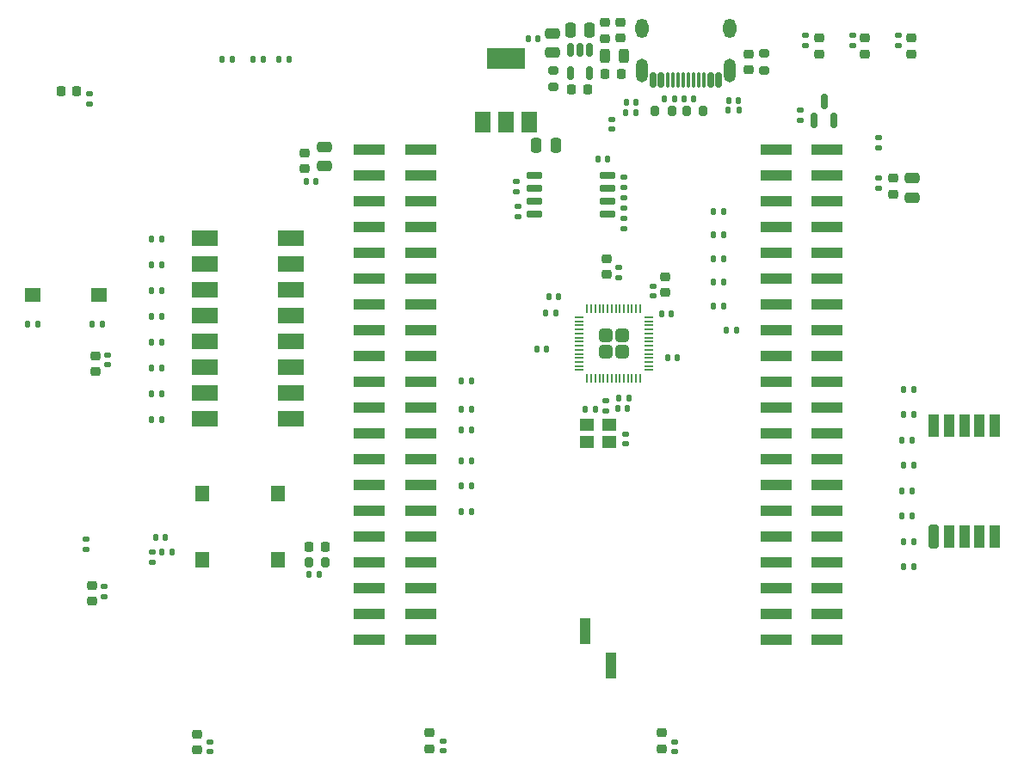
<source format=gbr>
%TF.GenerationSoftware,KiCad,Pcbnew,8.0.8-8.0.8-0~ubuntu22.04.1*%
%TF.CreationDate,2025-02-25T18:23:06-05:00*%
%TF.ProjectId,tinytapeout-demo,74696e79-7461-4706-956f-75742d64656d,2.1.2*%
%TF.SameCoordinates,PX38be5e0PY7d687e0*%
%TF.FileFunction,Paste,Top*%
%TF.FilePolarity,Positive*%
%FSLAX46Y46*%
G04 Gerber Fmt 4.6, Leading zero omitted, Abs format (unit mm)*
G04 Created by KiCad (PCBNEW 8.0.8-8.0.8-0~ubuntu22.04.1) date 2025-02-25 18:23:06*
%MOMM*%
%LPD*%
G01*
G04 APERTURE LIST*
G04 Aperture macros list*
%AMRoundRect*
0 Rectangle with rounded corners*
0 $1 Rounding radius*
0 $2 $3 $4 $5 $6 $7 $8 $9 X,Y pos of 4 corners*
0 Add a 4 corners polygon primitive as box body*
4,1,4,$2,$3,$4,$5,$6,$7,$8,$9,$2,$3,0*
0 Add four circle primitives for the rounded corners*
1,1,$1+$1,$2,$3*
1,1,$1+$1,$4,$5*
1,1,$1+$1,$6,$7*
1,1,$1+$1,$8,$9*
0 Add four rect primitives between the rounded corners*
20,1,$1+$1,$2,$3,$4,$5,0*
20,1,$1+$1,$4,$5,$6,$7,0*
20,1,$1+$1,$6,$7,$8,$9,0*
20,1,$1+$1,$8,$9,$2,$3,0*%
G04 Aperture macros list end*
%ADD10RoundRect,0.135000X0.135000X0.185000X-0.135000X0.185000X-0.135000X-0.185000X0.135000X-0.185000X0*%
%ADD11RoundRect,0.135000X0.185000X-0.135000X0.185000X0.135000X-0.185000X0.135000X-0.185000X-0.135000X0*%
%ADD12RoundRect,0.225000X-0.250000X0.225000X-0.250000X-0.225000X0.250000X-0.225000X0.250000X0.225000X0*%
%ADD13RoundRect,0.140000X-0.170000X0.140000X-0.170000X-0.140000X0.170000X-0.140000X0.170000X0.140000X0*%
%ADD14RoundRect,0.140000X-0.140000X-0.170000X0.140000X-0.170000X0.140000X0.170000X-0.140000X0.170000X0*%
%ADD15RoundRect,0.250000X0.475000X-0.250000X0.475000X0.250000X-0.475000X0.250000X-0.475000X-0.250000X0*%
%ADD16RoundRect,0.135000X-0.185000X0.135000X-0.185000X-0.135000X0.185000X-0.135000X0.185000X0.135000X0*%
%ADD17RoundRect,0.225000X-0.225000X-0.250000X0.225000X-0.250000X0.225000X0.250000X-0.225000X0.250000X0*%
%ADD18RoundRect,0.250000X-0.250000X-0.475000X0.250000X-0.475000X0.250000X0.475000X-0.250000X0.475000X0*%
%ADD19RoundRect,0.135000X-0.135000X-0.185000X0.135000X-0.185000X0.135000X0.185000X-0.135000X0.185000X0*%
%ADD20RoundRect,0.250000X0.250000X0.475000X-0.250000X0.475000X-0.250000X-0.475000X0.250000X-0.475000X0*%
%ADD21RoundRect,0.200000X-0.200000X-0.275000X0.200000X-0.275000X0.200000X0.275000X-0.200000X0.275000X0*%
%ADD22RoundRect,0.140000X0.140000X0.170000X-0.140000X0.170000X-0.140000X-0.170000X0.140000X-0.170000X0*%
%ADD23R,1.400000X1.200000*%
%ADD24RoundRect,0.140000X0.170000X-0.140000X0.170000X0.140000X-0.170000X0.140000X-0.170000X-0.140000X0*%
%ADD25R,1.400000X1.500000*%
%ADD26RoundRect,0.150000X0.150000X0.575000X-0.150000X0.575000X-0.150000X-0.575000X0.150000X-0.575000X0*%
%ADD27RoundRect,0.075000X0.075000X0.650000X-0.075000X0.650000X-0.075000X-0.650000X0.075000X-0.650000X0*%
%ADD28O,1.220000X2.320000*%
%ADD29O,1.300000X1.900000*%
%ADD30R,1.000000X2.510000*%
%ADD31RoundRect,0.250000X-0.475000X0.250000X-0.475000X-0.250000X0.475000X-0.250000X0.475000X0.250000X0*%
%ADD32RoundRect,0.200000X-0.275000X0.200000X-0.275000X-0.200000X0.275000X-0.200000X0.275000X0.200000X0*%
%ADD33RoundRect,0.200000X0.200000X0.275000X-0.200000X0.275000X-0.200000X-0.275000X0.200000X-0.275000X0*%
%ADD34RoundRect,0.200000X0.300000X-0.950000X0.300000X0.950000X-0.300000X0.950000X-0.300000X-0.950000X0*%
%ADD35R,1.000000X2.300000*%
%ADD36RoundRect,0.150000X-0.650000X-0.150000X0.650000X-0.150000X0.650000X0.150000X-0.650000X0.150000X0*%
%ADD37RoundRect,0.225000X0.250000X-0.225000X0.250000X0.225000X-0.250000X0.225000X-0.250000X-0.225000X0*%
%ADD38RoundRect,0.249999X-0.395001X-0.395001X0.395001X-0.395001X0.395001X0.395001X-0.395001X0.395001X0*%
%ADD39RoundRect,0.050000X-0.387500X-0.050000X0.387500X-0.050000X0.387500X0.050000X-0.387500X0.050000X0*%
%ADD40RoundRect,0.050000X-0.050000X-0.387500X0.050000X-0.387500X0.050000X0.387500X-0.050000X0.387500X0*%
%ADD41RoundRect,0.150000X0.150000X-0.587500X0.150000X0.587500X-0.150000X0.587500X-0.150000X-0.587500X0*%
%ADD42RoundRect,0.243750X0.243750X0.456250X-0.243750X0.456250X-0.243750X-0.456250X0.243750X-0.456250X0*%
%ADD43R,1.500000X1.400000*%
%ADD44RoundRect,0.200000X0.275000X-0.200000X0.275000X0.200000X-0.275000X0.200000X-0.275000X-0.200000X0*%
%ADD45RoundRect,0.150000X-0.150000X0.512500X-0.150000X-0.512500X0.150000X-0.512500X0.150000X0.512500X0*%
%ADD46R,1.500000X2.000000*%
%ADD47R,3.800000X2.000000*%
%ADD48RoundRect,0.225000X0.225000X0.250000X-0.225000X0.250000X-0.225000X-0.250000X0.225000X-0.250000X0*%
%ADD49R,3.150000X1.000000*%
%ADD50RoundRect,0.218750X0.256250X-0.218750X0.256250X0.218750X-0.256250X0.218750X-0.256250X-0.218750X0*%
%ADD51R,2.600000X1.550000*%
G04 APERTURE END LIST*
D10*
%TO.C,R53*%
X129310000Y-78130000D03*
X128290000Y-78130000D03*
%TD*%
D11*
%TO.C,R15*%
X146500000Y-57110000D03*
X146500000Y-56090000D03*
%TD*%
D12*
%TO.C,C32*%
X117800000Y-78125000D03*
X117800000Y-79675000D03*
%TD*%
D13*
%TO.C,C23*%
X144600000Y-66220000D03*
X144600000Y-67180000D03*
%TD*%
D14*
%TO.C,C36*%
X118920000Y-92850000D03*
X119880000Y-92850000D03*
%TD*%
D10*
%TO.C,R55*%
X129310000Y-73450000D03*
X128290000Y-73450000D03*
%TD*%
%TO.C,R20*%
X120710000Y-63750000D03*
X119690000Y-63750000D03*
%TD*%
D15*
%TO.C,C16*%
X147900000Y-72100000D03*
X147900000Y-70200000D03*
%TD*%
D16*
%TO.C,R38*%
X119500000Y-70090000D03*
X119500000Y-71110000D03*
%TD*%
D17*
%TO.C,C48*%
X117675000Y-59900000D03*
X119225000Y-59900000D03*
%TD*%
D18*
%TO.C,C6*%
X110900000Y-66950000D03*
X112800000Y-66950000D03*
%TD*%
D19*
%TO.C,R5*%
X72980000Y-83828571D03*
X74000000Y-83828571D03*
%TD*%
D13*
%TO.C,C56*%
X68400000Y-110420000D03*
X68400000Y-111380000D03*
%TD*%
D20*
%TO.C,C7*%
X116150000Y-55600000D03*
X114250000Y-55600000D03*
%TD*%
D21*
%TO.C,R7*%
X88485000Y-108000000D03*
X90135000Y-108000000D03*
%TD*%
D19*
%TO.C,R1*%
X72980000Y-94000000D03*
X74000000Y-94000000D03*
%TD*%
D22*
%TO.C,C29*%
X116680000Y-93000000D03*
X115720000Y-93000000D03*
%TD*%
%TO.C,C24*%
X89180000Y-70500000D03*
X88220000Y-70500000D03*
%TD*%
D13*
%TO.C,C8*%
X124500000Y-125720000D03*
X124500000Y-126680000D03*
%TD*%
D23*
%TO.C,Y1*%
X115900000Y-96200000D03*
X118100000Y-96200000D03*
X118100000Y-94500000D03*
X115900000Y-94500000D03*
%TD*%
D11*
%TO.C,R18*%
X137400000Y-57110000D03*
X137400000Y-56090000D03*
%TD*%
D13*
%TO.C,C58*%
X66900000Y-61920000D03*
X66900000Y-62880000D03*
%TD*%
D11*
%TO.C,R50*%
X136900000Y-64510000D03*
X136900000Y-63490000D03*
%TD*%
D19*
%TO.C,R11*%
X72990000Y-76200000D03*
X74010000Y-76200000D03*
%TD*%
%TO.C,R43*%
X103490000Y-100500000D03*
X104510000Y-100500000D03*
%TD*%
D14*
%TO.C,C46*%
X129820000Y-62550000D03*
X130780000Y-62550000D03*
%TD*%
D24*
%TO.C,C4*%
X78800000Y-126680000D03*
X78800000Y-125720000D03*
%TD*%
D19*
%TO.C,R24*%
X146830000Y-103471428D03*
X147850000Y-103471428D03*
%TD*%
%TO.C,R22*%
X146980000Y-108460000D03*
X148000000Y-108460000D03*
%TD*%
D22*
%TO.C,C47*%
X120680000Y-62750000D03*
X119720000Y-62750000D03*
%TD*%
D19*
%TO.C,R3*%
X72980000Y-88914285D03*
X74000000Y-88914285D03*
%TD*%
D22*
%TO.C,C2*%
X74380000Y-105600000D03*
X73420000Y-105600000D03*
%TD*%
D10*
%TO.C,R41*%
X112843884Y-83511018D03*
X111823884Y-83511018D03*
%TD*%
D25*
%TO.C,SW2*%
X78000000Y-101250000D03*
X78000000Y-107750000D03*
%TD*%
D10*
%TO.C,R8*%
X75020000Y-107000000D03*
X74000000Y-107000000D03*
%TD*%
%TO.C,R54*%
X129310000Y-75790000D03*
X128290000Y-75790000D03*
%TD*%
D12*
%TO.C,C49*%
X119150000Y-54875000D03*
X119150000Y-56425000D03*
%TD*%
D14*
%TO.C,C35*%
X123820000Y-87900000D03*
X124780000Y-87900000D03*
%TD*%
D26*
%TO.C,J20*%
X128850000Y-60545000D03*
X128050000Y-60545000D03*
D27*
X126850000Y-60545000D03*
X125850000Y-60545000D03*
X125350000Y-60545000D03*
X124350000Y-60545000D03*
D26*
X123150000Y-60545000D03*
X122350000Y-60545000D03*
X122350000Y-60545000D03*
X123150000Y-60545000D03*
D27*
X123850000Y-60545000D03*
X124850000Y-60545000D03*
X126350000Y-60545000D03*
X127350000Y-60545000D03*
D26*
X128050000Y-60545000D03*
X128850000Y-60545000D03*
D28*
X129920000Y-59630000D03*
D29*
X129920000Y-55450000D03*
D28*
X121280000Y-59630000D03*
D29*
X121280000Y-55450000D03*
%TD*%
D30*
%TO.C,J7*%
X118270000Y-118155000D03*
X115730000Y-114845000D03*
%TD*%
D10*
%TO.C,R12*%
X89520000Y-109200000D03*
X88500000Y-109200000D03*
%TD*%
D12*
%TO.C,C25*%
X88100000Y-67725000D03*
X88100000Y-69275000D03*
%TD*%
%TO.C,C5*%
X77500000Y-124925000D03*
X77500000Y-126475000D03*
%TD*%
D11*
%TO.C,R13*%
X73100000Y-108010000D03*
X73100000Y-106990000D03*
%TD*%
D19*
%TO.C,R21*%
X129790000Y-63500000D03*
X130810000Y-63500000D03*
%TD*%
%TO.C,R42*%
X103500000Y-103000000D03*
X104520000Y-103000000D03*
%TD*%
D31*
%TO.C,C21*%
X90000000Y-67100000D03*
X90000000Y-69000000D03*
%TD*%
D32*
%TO.C,R49*%
X112550000Y-59575000D03*
X112550000Y-61225000D03*
%TD*%
D19*
%TO.C,R2*%
X72980000Y-91457142D03*
X74000000Y-91457142D03*
%TD*%
D33*
%TO.C,D5*%
X127325000Y-63600000D03*
X125675000Y-63600000D03*
%TD*%
D13*
%TO.C,C30*%
X119700000Y-95420000D03*
X119700000Y-96380000D03*
%TD*%
D19*
%TO.C,R28*%
X146980000Y-93494284D03*
X148000000Y-93494284D03*
%TD*%
D22*
%TO.C,C39*%
X113080000Y-81900000D03*
X112120000Y-81900000D03*
%TD*%
D34*
%TO.C,U1*%
X150000000Y-105450000D03*
D35*
X151500000Y-105450000D03*
X153000000Y-105450000D03*
X154500000Y-105450000D03*
X156000000Y-105450000D03*
X156000000Y-94550000D03*
X154500000Y-94550000D03*
X153000000Y-94550000D03*
X151500000Y-94550000D03*
X150000000Y-94550000D03*
%TD*%
D19*
%TO.C,R23*%
X146980000Y-105965714D03*
X148000000Y-105965714D03*
%TD*%
D22*
%TO.C,C38*%
X111880000Y-87000000D03*
X110920000Y-87000000D03*
%TD*%
D19*
%TO.C,R45*%
X103490000Y-95000000D03*
X104510000Y-95000000D03*
%TD*%
D36*
%TO.C,U5*%
X110700000Y-69895000D03*
X110700000Y-71165000D03*
X110700000Y-72435000D03*
X110700000Y-73705000D03*
X117900000Y-73705000D03*
X117900000Y-72435000D03*
X117900000Y-71165000D03*
X117900000Y-69895000D03*
%TD*%
D10*
%TO.C,R51*%
X129310000Y-82810000D03*
X128290000Y-82810000D03*
%TD*%
D37*
%TO.C,C37*%
X123600000Y-81475000D03*
X123600000Y-79925000D03*
%TD*%
D11*
%TO.C,R35*%
X109050000Y-74010000D03*
X109050000Y-72990000D03*
%TD*%
D38*
%TO.C,U6*%
X117700000Y-85700000D03*
X117700000Y-87300000D03*
X119300000Y-85700000D03*
X119300000Y-87300000D03*
D39*
X115062500Y-83900000D03*
X115062500Y-84300000D03*
X115062500Y-84700000D03*
X115062500Y-85100000D03*
X115062500Y-85500000D03*
X115062500Y-85900000D03*
X115062500Y-86300000D03*
X115062500Y-86700000D03*
X115062500Y-87100000D03*
X115062500Y-87500000D03*
X115062500Y-87900000D03*
X115062500Y-88300000D03*
X115062500Y-88700000D03*
X115062500Y-89100000D03*
D40*
X115900000Y-89937500D03*
X116300000Y-89937500D03*
X116700000Y-89937500D03*
X117100000Y-89937500D03*
X117500000Y-89937500D03*
X117900000Y-89937500D03*
X118300000Y-89937500D03*
X118700000Y-89937500D03*
X119100000Y-89937500D03*
X119500000Y-89937500D03*
X119900000Y-89937500D03*
X120300000Y-89937500D03*
X120700000Y-89937500D03*
X121100000Y-89937500D03*
D39*
X121937500Y-89100000D03*
X121937500Y-88700000D03*
X121937500Y-88300000D03*
X121937500Y-87900000D03*
X121937500Y-87500000D03*
X121937500Y-87100000D03*
X121937500Y-86700000D03*
X121937500Y-86300000D03*
X121937500Y-85900000D03*
X121937500Y-85500000D03*
X121937500Y-85100000D03*
X121937500Y-84700000D03*
X121937500Y-84300000D03*
X121937500Y-83900000D03*
D40*
X121100000Y-83062500D03*
X120700000Y-83062500D03*
X120300000Y-83062500D03*
X119900000Y-83062500D03*
X119500000Y-83062500D03*
X119100000Y-83062500D03*
X118700000Y-83062500D03*
X118300000Y-83062500D03*
X117900000Y-83062500D03*
X117500000Y-83062500D03*
X117100000Y-83062500D03*
X116700000Y-83062500D03*
X116300000Y-83062500D03*
X115900000Y-83062500D03*
%TD*%
D24*
%TO.C,C33*%
X122400000Y-81780000D03*
X122400000Y-80820000D03*
%TD*%
D41*
%TO.C,Q1*%
X138250000Y-64537500D03*
X140150000Y-64537500D03*
X139200000Y-62662500D03*
%TD*%
D19*
%TO.C,R27*%
X146830000Y-95988570D03*
X147850000Y-95988570D03*
%TD*%
D37*
%TO.C,C9*%
X123200000Y-126375000D03*
X123200000Y-124825000D03*
%TD*%
D42*
%TO.C,F1*%
X119537500Y-58150000D03*
X117662500Y-58150000D03*
%TD*%
D14*
%TO.C,C12*%
X110070000Y-56500000D03*
X111030000Y-56500000D03*
%TD*%
D16*
%TO.C,R40*%
X108900000Y-70540000D03*
X108900000Y-71560000D03*
%TD*%
D22*
%TO.C,C45*%
X124480000Y-62400000D03*
X123520000Y-62400000D03*
%TD*%
D11*
%TO.C,R37*%
X117700000Y-93110000D03*
X117700000Y-92090000D03*
%TD*%
D24*
%TO.C,C26*%
X144600000Y-71180000D03*
X144600000Y-70220000D03*
%TD*%
D12*
%TO.C,C15*%
X100400000Y-124825000D03*
X100400000Y-126375000D03*
%TD*%
D43*
%TO.C,SW3*%
X61375000Y-81700000D03*
X67875000Y-81700000D03*
%TD*%
D44*
%TO.C,R16*%
X133300000Y-59575000D03*
X133300000Y-57925000D03*
%TD*%
D37*
%TO.C,C17*%
X146000000Y-71775000D03*
X146000000Y-70225000D03*
%TD*%
D25*
%TO.C,SW1*%
X85500000Y-107750000D03*
X85500000Y-101250000D03*
%TD*%
D37*
%TO.C,C3*%
X131800000Y-59525000D03*
X131800000Y-57975000D03*
%TD*%
D11*
%TO.C,R17*%
X142000000Y-57110000D03*
X142000000Y-56090000D03*
%TD*%
D14*
%TO.C,C34*%
X123220000Y-83600000D03*
X124180000Y-83600000D03*
%TD*%
D10*
%TO.C,R31*%
X81010000Y-58500000D03*
X79990000Y-58500000D03*
%TD*%
D45*
%TO.C,U3*%
X116150000Y-57562500D03*
X115200000Y-57562500D03*
X114250000Y-57562500D03*
X114250000Y-59837500D03*
X116150000Y-59837500D03*
%TD*%
D13*
%TO.C,C60*%
X68700000Y-87625000D03*
X68700000Y-88585000D03*
%TD*%
D46*
%TO.C,U2*%
X105600000Y-64700000D03*
X107900000Y-64700000D03*
D47*
X107900000Y-58400000D03*
D46*
X110200000Y-64700000D03*
%TD*%
D19*
%TO.C,R25*%
X146830000Y-100977142D03*
X147850000Y-100977142D03*
%TD*%
%TO.C,R29*%
X146980000Y-91000000D03*
X148000000Y-91000000D03*
%TD*%
D37*
%TO.C,C61*%
X67500000Y-89230000D03*
X67500000Y-87680000D03*
%TD*%
D19*
%TO.C,R47*%
X103490000Y-90190000D03*
X104510000Y-90190000D03*
%TD*%
%TO.C,R6*%
X72980000Y-81285714D03*
X74000000Y-81285714D03*
%TD*%
D48*
%TO.C,C11*%
X115925000Y-61500000D03*
X114375000Y-61500000D03*
%TD*%
D49*
%TO.C,J4*%
X94475000Y-67370000D03*
X99525000Y-67370000D03*
X94475000Y-69910000D03*
X99525000Y-69910000D03*
X94475000Y-72450000D03*
X99525000Y-72450000D03*
X94475000Y-74990000D03*
X99525000Y-74990000D03*
X94475000Y-77530000D03*
X99525000Y-77530000D03*
X94475000Y-80070000D03*
X99525000Y-80070000D03*
X94475000Y-82610000D03*
X99525000Y-82610000D03*
X94475000Y-85150000D03*
X99525000Y-85150000D03*
X94475000Y-87690000D03*
X99525000Y-87690000D03*
X94475000Y-90230000D03*
X99525000Y-90230000D03*
X94475000Y-92770000D03*
X99525000Y-92770000D03*
X94475000Y-95310000D03*
X99525000Y-95310000D03*
X94475000Y-97850000D03*
X99525000Y-97850000D03*
X94475000Y-100390000D03*
X99525000Y-100390000D03*
X94475000Y-102930000D03*
X99525000Y-102930000D03*
X94475000Y-105470000D03*
X99525000Y-105470000D03*
X94475000Y-108010000D03*
X99525000Y-108010000D03*
X94475000Y-110550000D03*
X99525000Y-110550000D03*
X94475000Y-113090000D03*
X99525000Y-113090000D03*
X94475000Y-115630000D03*
X99525000Y-115630000D03*
X134475000Y-67370000D03*
X139525000Y-67370000D03*
X134475000Y-69910000D03*
X139525000Y-69910000D03*
X134475000Y-72450000D03*
X139525000Y-72450000D03*
X134475000Y-74990000D03*
X139525000Y-74990000D03*
X134475000Y-77530000D03*
X139525000Y-77530000D03*
X134475000Y-80070000D03*
X139525000Y-80070000D03*
X134475000Y-82610000D03*
X139525000Y-82610000D03*
X134475000Y-85150000D03*
X139525000Y-85150000D03*
X134475000Y-87690000D03*
X139525000Y-87690000D03*
X134475000Y-90230000D03*
X139525000Y-90230000D03*
X134475000Y-92770000D03*
X139525000Y-92770000D03*
X134475000Y-95310000D03*
X139525000Y-95310000D03*
X134475000Y-97850000D03*
X139525000Y-97850000D03*
X134475000Y-100390000D03*
X139525000Y-100390000D03*
X134475000Y-102930000D03*
X139525000Y-102930000D03*
X134475000Y-105470000D03*
X139525000Y-105470000D03*
X134475000Y-108010000D03*
X139525000Y-108010000D03*
X134475000Y-110550000D03*
X139525000Y-110550000D03*
X134475000Y-113090000D03*
X139525000Y-113090000D03*
X134475000Y-115630000D03*
X139525000Y-115630000D03*
%TD*%
D19*
%TO.C,R10*%
X72980000Y-78742857D03*
X74000000Y-78742857D03*
%TD*%
D50*
%TO.C,D2*%
X143250000Y-57987500D03*
X143250000Y-56412500D03*
%TD*%
D10*
%TO.C,R30*%
X86610000Y-58500000D03*
X85590000Y-58500000D03*
%TD*%
D19*
%TO.C,R44*%
X103490000Y-98000000D03*
X104510000Y-98000000D03*
%TD*%
%TO.C,R26*%
X146980000Y-98482856D03*
X148000000Y-98482856D03*
%TD*%
D24*
%TO.C,C41*%
X119000000Y-79980000D03*
X119000000Y-79020000D03*
%TD*%
%TO.C,C13*%
X118350000Y-65380000D03*
X118350000Y-64420000D03*
%TD*%
D10*
%TO.C,R48*%
X130610000Y-85150000D03*
X129590000Y-85150000D03*
%TD*%
%TO.C,R52*%
X129310000Y-80470000D03*
X128290000Y-80470000D03*
%TD*%
D50*
%TO.C,FB1*%
X117650000Y-56437500D03*
X117650000Y-54862500D03*
%TD*%
D37*
%TO.C,C57*%
X67200000Y-111875000D03*
X67200000Y-110325000D03*
%TD*%
D24*
%TO.C,C14*%
X101700000Y-126580000D03*
X101700000Y-125620000D03*
%TD*%
D50*
%TO.C,D3*%
X138700000Y-57987500D03*
X138700000Y-56412500D03*
%TD*%
D11*
%TO.C,R34*%
X119500000Y-73110000D03*
X119500000Y-72090000D03*
%TD*%
D19*
%TO.C,R9*%
X67190000Y-84600000D03*
X68210000Y-84600000D03*
%TD*%
%TO.C,R46*%
X103490000Y-93000000D03*
X104510000Y-93000000D03*
%TD*%
D50*
%TO.C,D1*%
X147800000Y-57987500D03*
X147800000Y-56412500D03*
%TD*%
D16*
%TO.C,R39*%
X119500000Y-74190000D03*
X119500000Y-75210000D03*
%TD*%
D31*
%TO.C,C10*%
X112500000Y-55950000D03*
X112500000Y-57850000D03*
%TD*%
D21*
%TO.C,D6*%
X122575000Y-63600000D03*
X124225000Y-63600000D03*
%TD*%
D19*
%TO.C,R32*%
X82990000Y-58500000D03*
X84010000Y-58500000D03*
%TD*%
%TO.C,R4*%
X72980000Y-86371428D03*
X74000000Y-86371428D03*
%TD*%
D14*
%TO.C,C40*%
X119020000Y-91900000D03*
X119980000Y-91900000D03*
%TD*%
D48*
%TO.C,C1*%
X90085000Y-106500000D03*
X88535000Y-106500000D03*
%TD*%
D51*
%TO.C,SW4*%
X78300000Y-76110000D03*
X78300000Y-78650000D03*
X78300000Y-81190000D03*
X78300000Y-83730000D03*
X78300000Y-86270000D03*
X78300000Y-88810000D03*
X78300000Y-91350000D03*
X78300000Y-93890000D03*
X86700000Y-93890000D03*
X86700000Y-91350000D03*
X86700000Y-88810000D03*
X86700000Y-86270000D03*
X86700000Y-83730000D03*
X86700000Y-81190000D03*
X86700000Y-78650000D03*
X86700000Y-76110000D03*
%TD*%
D14*
%TO.C,C44*%
X125420000Y-62400000D03*
X126380000Y-62400000D03*
%TD*%
D11*
%TO.C,R36*%
X66600000Y-106765000D03*
X66600000Y-105745000D03*
%TD*%
D17*
%TO.C,C59*%
X64125000Y-61600000D03*
X65675000Y-61600000D03*
%TD*%
D14*
%TO.C,C31*%
X116970000Y-68300000D03*
X117930000Y-68300000D03*
%TD*%
D19*
%TO.C,R14*%
X60790000Y-84600000D03*
X61810000Y-84600000D03*
%TD*%
M02*

</source>
